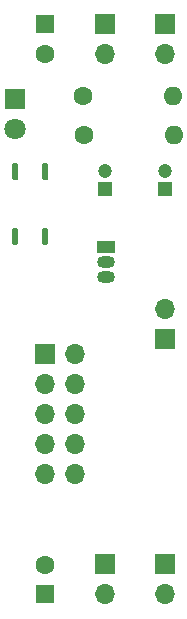
<source format=gts>
%TF.GenerationSoftware,KiCad,Pcbnew,(5.1.10-1-10_14)*%
%TF.CreationDate,2021-06-08T13:14:51-07:00*%
%TF.ProjectId,EurorackBBPS,4575726f-7261-4636-9b42-4250532e6b69,rev?*%
%TF.SameCoordinates,Original*%
%TF.FileFunction,Soldermask,Top*%
%TF.FilePolarity,Negative*%
%FSLAX46Y46*%
G04 Gerber Fmt 4.6, Leading zero omitted, Abs format (unit mm)*
G04 Created by KiCad (PCBNEW (5.1.10-1-10_14)) date 2021-06-08 13:14:51*
%MOMM*%
%LPD*%
G01*
G04 APERTURE LIST*
%ADD10O,1.600000X1.600000*%
%ADD11C,1.600000*%
%ADD12C,1.800000*%
%ADD13R,1.800000X1.800000*%
%ADD14C,1.200000*%
%ADD15R,1.200000X1.200000*%
%ADD16O,1.700000X1.700000*%
%ADD17R,1.700000X1.700000*%
%ADD18R,1.500000X1.050000*%
%ADD19O,1.500000X1.050000*%
%ADD20R,1.600000X1.600000*%
G04 APERTURE END LIST*
D10*
%TO.C,R1*%
X159476017Y-85556638D03*
D11*
X151856017Y-85556638D03*
%TD*%
D10*
%TO.C,R2*%
X159458035Y-82283880D03*
D11*
X151838035Y-82283880D03*
%TD*%
D12*
%TO.C,PWR*%
X146050000Y-85090000D03*
D13*
X146050000Y-82550000D03*
%TD*%
D14*
%TO.C,C4*%
X158750000Y-88670000D03*
D15*
X158750000Y-90170000D03*
%TD*%
D14*
%TO.C,C3*%
X153670000Y-88670000D03*
D15*
X153670000Y-90170000D03*
%TD*%
%TO.C,MB1S*%
G36*
G01*
X148452500Y-93465000D02*
X148727500Y-93465000D01*
G75*
G02*
X148865000Y-93602500I0J-137500D01*
G01*
X148865000Y-94777500D01*
G75*
G02*
X148727500Y-94915000I-137500J0D01*
G01*
X148452500Y-94915000D01*
G75*
G02*
X148315000Y-94777500I0J137500D01*
G01*
X148315000Y-93602500D01*
G75*
G02*
X148452500Y-93465000I137500J0D01*
G01*
G37*
G36*
G01*
X145912500Y-93465000D02*
X146187500Y-93465000D01*
G75*
G02*
X146325000Y-93602500I0J-137500D01*
G01*
X146325000Y-94777500D01*
G75*
G02*
X146187500Y-94915000I-137500J0D01*
G01*
X145912500Y-94915000D01*
G75*
G02*
X145775000Y-94777500I0J137500D01*
G01*
X145775000Y-93602500D01*
G75*
G02*
X145912500Y-93465000I137500J0D01*
G01*
G37*
G36*
G01*
X145912500Y-87965000D02*
X146187500Y-87965000D01*
G75*
G02*
X146325000Y-88102500I0J-137500D01*
G01*
X146325000Y-89277500D01*
G75*
G02*
X146187500Y-89415000I-137500J0D01*
G01*
X145912500Y-89415000D01*
G75*
G02*
X145775000Y-89277500I0J137500D01*
G01*
X145775000Y-88102500D01*
G75*
G02*
X145912500Y-87965000I137500J0D01*
G01*
G37*
G36*
G01*
X148452500Y-87965000D02*
X148727500Y-87965000D01*
G75*
G02*
X148865000Y-88102500I0J-137500D01*
G01*
X148865000Y-89277500D01*
G75*
G02*
X148727500Y-89415000I-137500J0D01*
G01*
X148452500Y-89415000D01*
G75*
G02*
X148315000Y-89277500I0J137500D01*
G01*
X148315000Y-88102500D01*
G75*
G02*
X148452500Y-87965000I137500J0D01*
G01*
G37*
%TD*%
D16*
%TO.C,J1*%
X151130000Y-114300000D03*
X148590000Y-114300000D03*
X151130000Y-111760000D03*
X148590000Y-111760000D03*
X151130000Y-109220000D03*
X148590000Y-109220000D03*
X151130000Y-106680000D03*
X148590000Y-106680000D03*
X151130000Y-104140000D03*
D17*
X148590000Y-104140000D03*
%TD*%
D18*
%TO.C,78L05*%
X153724612Y-95023392D03*
D19*
X153724612Y-97563392D03*
X153724612Y-96293392D03*
%TD*%
D16*
%TO.C,GND*%
X158750000Y-100330000D03*
D17*
X158750000Y-102870000D03*
%TD*%
D20*
%TO.C,C2*%
X148590000Y-124460000D03*
D11*
X148590000Y-121960000D03*
%TD*%
%TO.C,C1*%
X148590000Y-78700000D03*
D20*
X148590000Y-76200000D03*
%TD*%
D17*
%TO.C,J2*%
X153670000Y-76200000D03*
D16*
X153670000Y-78740000D03*
%TD*%
%TO.C,J3*%
X158750000Y-78740000D03*
D17*
X158750000Y-76200000D03*
%TD*%
%TO.C,J4*%
X158750000Y-121920000D03*
D16*
X158750000Y-124460000D03*
%TD*%
%TO.C,J5*%
X153670000Y-124460000D03*
D17*
X153670000Y-121920000D03*
%TD*%
M02*

</source>
